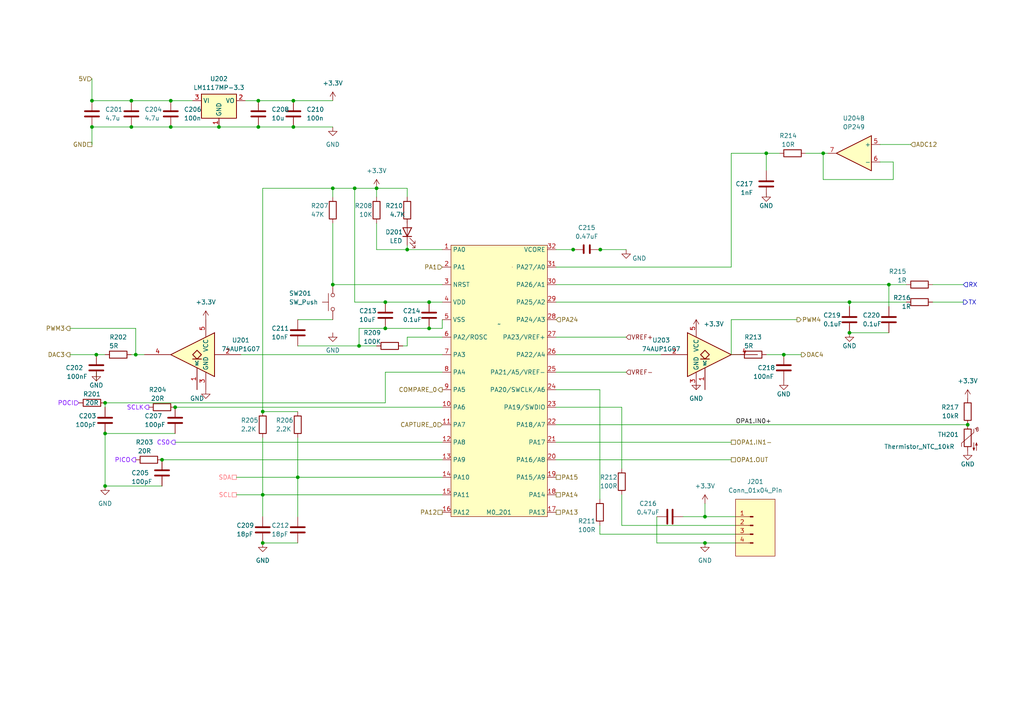
<source format=kicad_sch>
(kicad_sch (version 20230121) (generator eeschema)
  (paper "A4")
  (lib_symbols
    (symbol "00_Myself_Library:Conn_01x04_Pin" (pin_names (offset 1.016) hide)
      (property "Reference" "J201" (at 0.635 7.62 0))
      (property "Value" "Conn_01x04_Pin" (at 0.635 5.08 0))
      (symbol "Conn_01x04_Pin_1_1"
        (rectangle (start -6.35 7.62) (end 5.08 -8.89) (fill (type background)))
        (polyline (pts (xy 1.27 -5.08) (xy 0.8636 -5.08)) (stroke (width 0.1524)))
        (polyline (pts (xy 1.27 -2.54) (xy 0.8636 -2.54)) (stroke (width 0.1524)))
        (polyline (pts (xy 1.27 0) (xy 0.8636 0)) (stroke (width 0.1524)))
        (polyline (pts (xy 1.27 2.54) (xy 0.8636 2.54)) (stroke (width 0.1524)))
        (rectangle (start 0.8636 -4.953) (end 0 -5.207) (stroke (width 0.1524)) (fill (type outline)))
        (rectangle (start 0.8636 -2.413) (end 0 -2.667) (stroke (width 0.1524)) (fill (type outline)))
        (rectangle (start 0.8636 0.127) (end 0 -0.127) (stroke (width 0.1524)) (fill (type outline)))
        (rectangle (start 0.8636 2.667) (end 0 2.413) (stroke (width 0.1524)) (fill (type outline)))
        (pin passive line (at 5.08 2.54 180) (length 3.81) (name "Pin_1") (number "1"))
        (pin passive line (at 5.08 0 180) (length 3.81) (name "Pin_2") (number "2"))
        (pin passive line (at 5.08 -2.54 180) (length 3.81) (name "Pin_3") (number "3"))
        (pin passive line (at 5.08 -5.08 180) (length 3.81) (name "Pin_4") (number "4"))
      )
    )
    (symbol "74xGxx:74AUP1G07"
      (property "Reference" "U" (at -2.54 3.81 0))
      (property "Value" "74AUP1G07" (at 0 -3.81 0))
      (symbol "74AUP1G07_0_1"
        (polyline (pts (xy -3.81 -1.27) (xy -1.27 -1.27)) (stroke (width 0.254)) (fill (type background)))
        (polyline (pts (xy -7.62 6.35) (xy -7.62 -6.35) (xy 5.08 0) (xy -7.62 6.35)) (stroke (width 0.254)) (fill (type background)))
        (polyline (pts (xy -2.54 1.27) (xy -3.81 0) (xy -2.54 -1.27) (xy -1.27 0) (xy -2.54 1.27)) (stroke (width 0.254)) (fill (type background)))
      )
      (symbol "74AUP1G07_1_1"
        (pin free line (at -2.54 -10.16 90) (length 6.35) (name "NC") (number "1"))
        (pin input line (at -15.24 0 0) (length 7.62) (name "~") (number "2"))
        (pin power_in line (at -5.08 -10.16 90) (length 5.08) (name "GND") (number "3"))
        (pin open_collector line (at 12.7 0 180) (length 7.62) (name "~") (number "4"))
        (pin power_in line (at -5.08 10.16 270) (length 5.08) (name "VCC") (number "5"))
      )
    )
    (symbol "Amplifier_Operational:OP249" (pin_names (offset 0.127))
      (property "Reference" "U" (at 0 5.08 0))
      (property "Value" "OP249" (at 0 -5.08 0))
      (symbol "OP249_1_1"
        (polyline (pts (xy -5.08 5.08) (xy 5.08 0) (xy -5.08 -5.08) (xy -5.08 5.08)) (stroke (width 0.254)) (fill (type background)))
        (pin output line (at 7.62 0 180) (length 2.54) (name "~") (number "1"))
        (pin input line (at -7.62 -2.54 0) (length 2.54) (name "-") (number "2"))
        (pin input line (at -7.62 2.54 0) (length 2.54) (name "+") (number "3"))
      )
      (symbol "OP249_2_1"
        (polyline (pts (xy -5.08 5.08) (xy 5.08 0) (xy -5.08 -5.08) (xy -5.08 5.08)) (stroke (width 0.254)) (fill (type background)))
        (pin input line (at -7.62 2.54 0) (length 2.54) (name "+") (number "5"))
        (pin input line (at -7.62 -2.54 0) (length 2.54) (name "-") (number "6"))
        (pin output line (at 7.62 0 180) (length 2.54) (name "~") (number "7"))
      )
      (symbol "OP249_3_1"
        (pin power_in line (at -2.54 -7.62 90) (length 3.81) (name "V-") (number "4"))
        (pin power_in line (at -2.54 7.62 270) (length 3.81) (name "V+") (number "8"))
      )
    )
    (symbol "C_0805_0.47uF_1" (pin_numbers hide) (pin_names (offset 0.002) hide)
      (property "Reference" "C" (at -3.048 4.191 0))
      (property "Value" "0.47uF" (at -3.048 2.286 0))
      (symbol "C_0805_0.47uF_1_0_1"
        (polyline (pts (xy -0.889 -1.016) (xy -0.889 1.27)) (stroke (width 0.508)))
        (polyline (pts (xy 0.889 -1.016) (xy 0.889 1.27)) (stroke (width 0.508)))
      )
      (symbol "C_0805_0.47uF_1_1_1"
        (pin passive line (at -3.937 0 0) (length 2.794) (name "~") (number "1"))
        (pin passive line (at 3.937 0 180) (length 2.794) (name "~") (number "2"))
      )
    )
    (symbol "Device:C" (pin_numbers hide) (pin_names (offset 0.254))
      (property "Reference" "C" (at 0.635 2.54 0))
      (property "Value" "C" (at 0.635 -2.54 0))
      (symbol "C_0_1"
        (polyline (pts (xy -2.032 -0.762) (xy 2.032 -0.762)) (stroke (width 0.508)))
        (polyline (pts (xy -2.032 0.762) (xy 2.032 0.762)) (stroke (width 0.508)))
      )
      (symbol "C_1_1"
        (pin passive line (at 0 3.81 270) (length 2.794) (name "~") (number "1"))
        (pin passive line (at 0 -3.81 90) (length 2.794) (name "~") (number "2"))
      )
    )
    (symbol "Device:LED" (pin_numbers hide) (pin_names (offset 1.016) hide)
      (property "Reference" "D" (at 0 2.54 0))
      (property "Value" "LED" (at 0 -2.54 0))
      (symbol "LED_0_1"
        (polyline (pts (xy -1.27 -1.27) (xy -1.27 1.27)) (stroke (width 0.254)))
        (polyline (pts (xy -1.27 0) (xy 1.27 0)))
        (polyline (pts (xy 1.27 -1.27) (xy 1.27 1.27) (xy -1.27 0) (xy 1.27 -1.27)) (stroke (width 0.254)))
        (polyline (pts (xy -3.048 -0.762) (xy -4.572 -2.286) (xy -3.81 -2.286) (xy -4.572 -2.286) (xy -4.572 -1.524)))
        (polyline (pts (xy -1.778 -0.762) (xy -3.302 -2.286) (xy -2.54 -2.286) (xy -3.302 -2.286) (xy -3.302 -1.524)))
      )
      (symbol "LED_1_1"
        (pin passive line (at -3.81 0 0) (length 2.54) (name "K") (number "1"))
        (pin passive line (at 3.81 0 180) (length 2.54) (name "A") (number "2"))
      )
    )
    (symbol "Device:R" (pin_numbers hide) (pin_names (offset 0))
      (property "Reference" "R" (at 2.032 0 90))
      (property "Value" "R" (at 0 0 90))
      (symbol "R_0_1"
        (rectangle (start -1.016 -2.54) (end 1.016 2.54) (stroke (width 0.254)))
      )
      (symbol "R_1_1"
        (pin passive line (at 0 3.81 270) (length 1.27) (name "~") (number "1"))
        (pin passive line (at 0 -3.81 90) (length 1.27) (name "~") (number "2"))
      )
    )
    (symbol "Device:Thermistor_NTC" (pin_numbers hide) (pin_names (offset 0))
      (property "Reference" "TH" (at -4.445 0 90))
      (property "Value" "Thermistor_NTC" (at 3.175 0 90))
      (symbol "Thermistor_NTC_0_1"
        (arc (start -3.048 2.159) (mid -3.0495 2.3143) (end -3.175 2.413))
        (arc (start -3.048 2.159) (mid -2.9736 1.9794) (end -2.794 1.905))
        (arc (start -3.048 2.794) (mid -2.9736 2.6144) (end -2.794 2.54))
        (arc (start -2.794 1.905) (mid -2.6144 1.9794) (end -2.54 2.159))
        (arc (start -2.794 2.54) (mid -2.4393 2.5587) (end -2.159 2.794))
        (arc (start -2.794 3.048) (mid -2.9736 2.9736) (end -3.048 2.794))
        (arc (start -2.54 2.794) (mid -2.6144 2.9736) (end -2.794 3.048))
        (rectangle (start -1.016 2.54) (end 1.016 -2.54) (stroke (width 0.254)))
        (polyline (pts (xy -2.54 2.159) (xy -2.54 2.794)))
        (polyline (pts (xy -1.778 2.54) (xy -1.778 1.524) (xy 1.778 -1.524) (xy 1.778 -2.54)))
        (polyline (pts (xy -2.54 -3.683) (xy -2.54 -1.397) (xy -2.794 -2.159) (xy -2.286 -2.159) (xy -2.54 -1.397) (xy -2.54 -1.651)) (fill (type outline)))
        (polyline (pts (xy -1.778 -1.397) (xy -1.778 -3.683) (xy -2.032 -2.921) (xy -1.524 -2.921) (xy -1.778 -3.683) (xy -1.778 -3.429)) (fill (type outline)))
      )
      (symbol "Thermistor_NTC_1_1"
        (pin passive line (at 0 3.81 270) (length 1.27) (name "~") (number "1"))
        (pin passive line (at 0 -3.81 90) (length 1.27) (name "~") (number "2"))
      )
    )
    (symbol "Regulator_Linear:LM1117MP-3.3"
      (property "Reference" "U" (at -3.81 3.175 0))
      (property "Value" "LM1117MP-3.3" (at 0 3.175 0))
      (symbol "LM1117MP-3.3_0_1"
        (rectangle (start -5.08 -5.08) (end 5.08 1.905) (stroke (width 0.254)) (fill (type background)))
      )
      (symbol "LM1117MP-3.3_1_1"
        (pin power_in line (at 0 -7.62 90) (length 2.54) (name "GND") (number "1"))
        (pin power_out line (at 7.62 0 180) (length 2.54) (name "VO") (number "2"))
        (pin power_in line (at -7.62 0 0) (length 2.54) (name "VI") (number "3"))
      )
    )
    (symbol "Switch:SW_Push" (pin_numbers hide) (pin_names (offset 1.016) hide)
      (property "Reference" "SW" (at 1.27 2.54 0))
      (property "Value" "SW_Push" (at 0 -1.524 0))
      (symbol "SW_Push_0_1"
        (circle (center -2.032 0) (radius 0.508))
        (polyline (pts (xy 0 1.27) (xy 0 3.048)))
        (polyline (pts (xy 2.54 1.27) (xy -2.54 1.27)))
        (circle (center 2.032 0) (radius 0.508))
        (pin passive line (at -5.08 0 0) (length 2.54) (name "1") (number "1"))
        (pin passive line (at 5.08 0 180) (length 2.54) (name "2") (number "2"))
      )
    )
    (symbol "TI_M01306_1"
      (property "Reference" "M0_1306" (at -3.81 -54.61 0))
      (property "Value" "~" (at 0 0 0))
      (symbol "TI_M01306_1_0_1"
        (rectangle (start 3.81 16.51) (end 3.81 16.51))
      )
      (symbol "TI_M01306_1_1_1"
        (rectangle (start -13.97 22.86) (end 13.97 -55.88) (fill (type background)))
        (pin input line (at -16.51 21.59 0) (length 2.54) (name "PA0") (number "1"))
        (pin input line (at -16.51 -24.13 0) (length 2.54) (name "PA6") (number "10"))
        (pin input line (at -16.51 -29.21 0) (length 2.54) (name "PA7") (number "11"))
        (pin input line (at -16.51 -34.29 0) (length 2.54) (name "PA8") (number "12"))
        (pin input line (at -16.51 -39.37 0) (length 2.54) (name "PA9") (number "13"))
        (pin input line (at -16.51 -44.45 0) (length 2.54) (name "PA10") (number "14"))
        (pin input line (at -16.51 -49.53 0) (length 2.54) (name "PA11") (number "15"))
        (pin input line (at -16.51 -54.61 0) (length 2.54) (name "PA12") (number "16"))
        (pin input line (at 16.51 -54.61 180) (length 2.54) (name "PA13") (number "17"))
        (pin input line (at 16.51 -49.53 180) (length 2.54) (name "PA14") (number "18"))
        (pin input line (at 16.51 -44.45 180) (length 2.54) (name "PA15/A9") (number "19"))
        (pin input line (at -16.51 16.51 0) (length 2.54) (name "PA1") (number "2"))
        (pin input line (at 16.51 -39.37 180) (length 2.54) (name "PA16/A8") (number "20"))
        (pin input line (at 16.51 -34.29 180) (length 2.54) (name "PA17") (number "21"))
        (pin input line (at 16.51 -29.21 180) (length 2.54) (name "PA18/A7") (number "22"))
        (pin input line (at 16.51 -24.13 180) (length 2.54) (name "PA19/SWDIO") (number "23"))
        (pin input line (at 16.51 -19.05 180) (length 2.54) (name "PA20/SWCLK/A6") (number "24"))
        (pin input line (at 16.51 -13.97 180) (length 2.54) (name "PA21/A5/VREF-") (number "25"))
        (pin input line (at 16.51 -8.89 180) (length 2.54) (name "PA22/A4") (number "26"))
        (pin input line (at 16.51 -3.81 180) (length 2.54) (name "PA23/VREF+") (number "27"))
        (pin input line (at 16.51 1.27 180) (length 2.54) (name "PA24/A3") (number "28"))
        (pin input line (at 16.51 6.35 180) (length 2.54) (name "PA25/A2") (number "29"))
        (pin input line (at -16.51 11.43 0) (length 2.54) (name "NRST") (number "3"))
        (pin input line (at 16.51 11.43 180) (length 2.54) (name "PA26/A1") (number "30"))
        (pin input line (at 16.51 16.51 180) (length 2.54) (name "PA27/A0") (number "31"))
        (pin input line (at 16.51 21.59 180) (length 2.54) (name "VCORE") (number "32"))
        (pin input line (at -16.51 6.35 0) (length 2.54) (name "VDD") (number "4"))
        (pin input line (at -16.51 1.27 0) (length 2.54) (name "VSS") (number "5"))
        (pin input line (at -16.51 -3.81 0) (length 2.54) (name "PA2/ROSC") (number "6"))
        (pin input line (at -16.51 -8.89 0) (length 2.54) (name "PA3") (number "7"))
        (pin input line (at -16.51 -13.97 0) (length 2.54) (name "PA4") (number "8"))
        (pin input line (at -16.51 -19.05 0) (length 2.54) (name "PA5") (number "9"))
      )
    )
    (symbol "power:+3.3V" (power) (pin_names (offset 0))
      (property "Value" "+3.3V" (at 0 3.556 0))
      (symbol "+3.3V_0_1"
        (polyline (pts (xy -0.762 1.27) (xy 0 2.54)))
        (polyline (pts (xy 0 0) (xy 0 2.54)))
        (polyline (pts (xy 0 2.54) (xy 0.762 1.27)))
      )
      (symbol "+3.3V_1_1"
        (pin power_in line (at 0 0 90) (length 0) hide (name "+3.3V") (number "1"))
      )
    )
    (symbol "power:GND" (power) (pin_names (offset 0))
      (property "Value" "GND" (at 0 -3.81 0))
      (symbol "GND_0_1"
        (polyline (pts (xy 0 0) (xy 0 -1.27) (xy 1.27 -1.27) (xy 0 -2.54) (xy -1.27 -1.27) (xy 0 -1.27)))
      )
      (symbol "GND_1_1"
        (pin power_in line (at 0 0 270) (length 0) hide (name "GND") (number "1"))
      )
    )
  )
  (junction (at 86.36 138.43))
  (junction (at 96.52 82.55))
  (junction (at 257.81 82.55))
  (junction (at 74.93 36.83))
  (junction (at 204.47 157.48))
  (junction (at 111.76 87.63))
  (junction (at 222.25 44.45))
  (junction (at 174.117 72.39))
  (junction (at 111.76 95.25))
  (junction (at 49.53 29.21))
  (junction (at 85.09 29.21))
  (junction (at 50.8 118.11))
  (junction (at 27.94 102.87))
  (junction (at 30.48 116.84))
  (junction (at 26.67 36.83))
  (junction (at 39.37 102.87))
  (junction (at 63.5 36.83))
  (junction (at 30.48 140.97))
  (junction (at 227.33 102.87))
  (junction (at 124.46 95.25))
  (junction (at 96.52 54.61))
  (junction (at 246.38 96.52))
  (junction (at 238.76 44.45))
  (junction (at 85.09 36.83))
  (junction (at 76.2 157.48))
  (junction (at 109.22 54.61))
  (junction (at 166.243 72.39))
  (junction (at 76.2 143.51))
  (junction (at 74.93 29.21))
  (junction (at 102.87 54.61))
  (junction (at 26.67 29.21))
  (junction (at 246.38 87.63))
  (junction (at 49.53 36.83))
  (junction (at 30.48 125.73))
  (junction (at 46.99 133.35))
  (junction (at 38.1 29.21))
  (junction (at 124.46 87.63))
  (junction (at 118.11 72.39))
  (junction (at 38.1 36.83))
  (junction (at 204.47 149.86))
  (junction (at 280.67 123.19))
  (junction (at 76.2 119.38))
  (junction (at 104.14 100.33))
  (wire (pts (xy 86.36 127) (xy 86.36 138.43)))
  (wire (pts (xy 173.99 154.94) (xy 173.99 152.4)))
  (wire (pts (xy 161.29 128.27) (xy 212.09 128.27)))
  (wire (pts (xy 128.27 95.25) (xy 128.27 92.71)))
  (wire (pts (xy 161.29 113.03) (xy 173.99 113.03)))
  (wire (pts (xy 161.29 87.63) (xy 246.38 87.63)))
  (wire (pts (xy 27.94 110.49) (xy 27.94 107.95)))
  (wire (pts (xy 76.2 54.61) (xy 96.52 54.61)))
  (wire (pts (xy 173.99 154.94) (xy 213.36 154.94)))
  (wire (pts (xy 71.12 29.21) (xy 74.93 29.21)))
  (wire (pts (xy 76.2 143.51) (xy 68.58 143.51)))
  (wire (pts (xy 257.81 82.55) (xy 257.81 88.9)))
  (wire (pts (xy 255.27 46.99) (xy 259.08 46.99)))
  (wire (pts (xy 30.48 116.84) (xy 111.76 116.84)))
  (wire (pts (xy 68.58 138.43) (xy 86.36 138.43)))
  (wire (pts (xy 190.5 149.86) (xy 190.5 157.48)))
  (wire (pts (xy 86.36 149.86) (xy 86.36 138.43)))
  (wire (pts (xy 212.09 77.47) (xy 161.29 77.47)))
  (wire (pts (xy 46.99 133.35) (xy 128.27 133.35)))
  (wire (pts (xy 173.99 144.78) (xy 173.99 113.03)))
  (wire (pts (xy 270.51 82.55) (xy 279.4 82.55)))
  (wire (pts (xy 204.47 157.48) (xy 213.36 157.48)))
  (wire (pts (xy 212.09 92.71) (xy 212.09 102.87)))
  (wire (pts (xy 86.36 92.71) (xy 96.52 92.71)))
  (wire (pts (xy 212.09 44.45) (xy 222.25 44.45)))
  (wire (pts (xy 96.52 54.61) (xy 96.52 57.15)))
  (wire (pts (xy 180.34 152.4) (xy 180.34 143.51)))
  (wire (pts (xy 116.84 100.33) (xy 118.11 100.33)))
  (wire (pts (xy 181.61 97.79) (xy 161.29 97.79)))
  (wire (pts (xy 109.22 100.33) (xy 104.14 100.33)))
  (wire (pts (xy 96.52 82.55) (xy 128.27 82.55)))
  (wire (pts (xy 174.117 72.39) (xy 181.61 72.39)))
  (wire (pts (xy 26.67 36.83) (xy 26.67 41.91)))
  (wire (pts (xy 190.5 157.48) (xy 204.47 157.48)))
  (wire (pts (xy 26.67 29.21) (xy 38.1 29.21)))
  (wire (pts (xy 204.47 146.05) (xy 204.47 149.86)))
  (wire (pts (xy 279.4 87.63) (xy 270.51 87.63)))
  (wire (pts (xy 222.25 49.53) (xy 222.25 44.45)))
  (wire (pts (xy 109.22 54.61) (xy 109.22 57.15)))
  (wire (pts (xy 222.25 102.87) (xy 227.33 102.87)))
  (wire (pts (xy 212.09 44.45) (xy 212.09 77.47)))
  (wire (pts (xy 246.38 88.9) (xy 246.38 87.63)))
  (wire (pts (xy 102.87 54.61) (xy 109.22 54.61)))
  (wire (pts (xy 39.37 95.25) (xy 39.37 102.87)))
  (wire (pts (xy 233.68 44.45) (xy 238.76 44.45)))
  (wire (pts (xy 118.11 64.77) (xy 118.11 63.5)))
  (wire (pts (xy 86.36 138.43) (xy 128.27 138.43)))
  (wire (pts (xy 74.93 36.83) (xy 85.09 36.83)))
  (wire (pts (xy 30.48 118.11) (xy 30.48 116.84)))
  (wire (pts (xy 128.27 95.25) (xy 124.46 95.25)))
  (wire (pts (xy 161.29 72.39) (xy 166.243 72.39)))
  (wire (pts (xy 20.32 102.87) (xy 27.94 102.87)))
  (wire (pts (xy 166.243 72.39) (xy 166.37 72.39)))
  (wire (pts (xy 30.48 140.97) (xy 30.48 125.73)))
  (wire (pts (xy 26.67 22.86) (xy 26.67 29.21)))
  (wire (pts (xy 111.76 95.25) (xy 104.14 95.25)))
  (wire (pts (xy 26.67 36.83) (xy 38.1 36.83)))
  (wire (pts (xy 109.22 72.39) (xy 118.11 72.39)))
  (wire (pts (xy 76.2 149.86) (xy 76.2 143.51)))
  (wire (pts (xy 96.52 54.61) (xy 102.87 54.61)))
  (wire (pts (xy 181.61 107.95) (xy 161.29 107.95)))
  (wire (pts (xy 38.1 29.21) (xy 49.53 29.21)))
  (wire (pts (xy 63.5 36.83) (xy 74.93 36.83)))
  (wire (pts (xy 96.52 64.77) (xy 96.52 82.55)))
  (wire (pts (xy 76.2 143.51) (xy 128.27 143.51)))
  (wire (pts (xy 161.29 123.19) (xy 280.67 123.19)))
  (wire (pts (xy 257.81 82.55) (xy 262.89 82.55)))
  (wire (pts (xy 111.76 95.25) (xy 124.46 95.25)))
  (wire (pts (xy 76.2 157.48) (xy 86.36 157.48)))
  (wire (pts (xy 85.09 29.21) (xy 96.52 29.21)))
  (wire (pts (xy 161.29 102.87) (xy 191.77 102.87)))
  (wire (pts (xy 30.48 125.73) (xy 50.8 125.73)))
  (wire (pts (xy 259.08 46.99) (xy 259.08 52.07)))
  (wire (pts (xy 238.76 52.07) (xy 238.76 44.45)))
  (wire (pts (xy 30.48 140.97) (xy 46.99 140.97)))
  (wire (pts (xy 38.1 36.83) (xy 49.53 36.83)))
  (wire (pts (xy 111.76 116.84) (xy 111.76 107.95)))
  (wire (pts (xy 198.12 149.86) (xy 204.47 149.86)))
  (wire (pts (xy 227.33 102.87) (xy 232.41 102.87)))
  (wire (pts (xy 109.22 54.61) (xy 118.11 54.61)))
  (wire (pts (xy 86.36 100.33) (xy 104.14 100.33)))
  (wire (pts (xy 111.76 87.63) (xy 102.87 87.63)))
  (wire (pts (xy 39.37 102.87) (xy 41.91 102.87)))
  (wire (pts (xy 180.34 152.4) (xy 213.36 152.4)))
  (wire (pts (xy 204.47 149.86) (xy 213.36 149.86)))
  (wire (pts (xy 50.8 128.27) (xy 128.27 128.27)))
  (wire (pts (xy 76.2 54.61) (xy 76.2 119.38)))
  (wire (pts (xy 111.76 107.95) (xy 128.27 107.95)))
  (wire (pts (xy 118.11 72.39) (xy 128.27 72.39)))
  (wire (pts (xy 180.34 135.89) (xy 180.34 118.11)))
  (wire (pts (xy 39.37 95.25) (xy 20.32 95.25)))
  (wire (pts (xy 49.53 36.83) (xy 63.5 36.83)))
  (wire (pts (xy 49.53 29.21) (xy 55.88 29.21)))
  (wire (pts (xy 238.76 44.45) (xy 240.03 44.45)))
  (wire (pts (xy 262.89 87.63) (xy 246.38 87.63)))
  (wire (pts (xy 255.27 41.91) (xy 264.16 41.91)))
  (wire (pts (xy 222.25 55.88) (xy 222.25 57.15)))
  (wire (pts (xy 104.14 95.25) (xy 104.14 100.33)))
  (wire (pts (xy 118.11 54.61) (xy 118.11 57.15)))
  (wire (pts (xy 85.09 36.83) (xy 96.52 36.83)))
  (wire (pts (xy 161.29 82.55) (xy 257.81 82.55)))
  (wire (pts (xy 76.2 127) (xy 76.2 143.51)))
  (wire (pts (xy 118.11 100.33) (xy 118.11 97.79)))
  (wire (pts (xy 128.27 102.87) (xy 69.85 102.87)))
  (wire (pts (xy 118.11 71.12) (xy 118.11 72.39)))
  (wire (pts (xy 259.08 52.07) (xy 238.76 52.07)))
  (wire (pts (xy 246.38 96.52) (xy 257.81 96.52)))
  (wire (pts (xy 111.76 87.63) (xy 124.46 87.63)))
  (wire (pts (xy 161.29 118.11) (xy 180.34 118.11)))
  (wire (pts (xy 38.1 102.87) (xy 39.37 102.87)))
  (wire (pts (xy 222.25 44.45) (xy 226.06 44.45)))
  (wire (pts (xy 173.99 72.39) (xy 174.117 72.39)))
  (wire (pts (xy 124.46 87.63) (xy 128.27 87.63)))
  (wire (pts (xy 109.22 64.77) (xy 109.22 72.39)))
  (wire (pts (xy 118.11 97.79) (xy 128.27 97.79)))
  (wire (pts (xy 76.2 119.38) (xy 86.36 119.38)))
  (wire (pts (xy 161.29 133.35) (xy 212.09 133.35)))
  (wire (pts (xy 74.93 29.21) (xy 85.09 29.21)))
  (wire (pts (xy 27.94 102.87) (xy 30.48 102.87)))
  (wire (pts (xy 102.87 54.61) (xy 102.87 87.63)))
  (wire (pts (xy 212.09 102.87) (xy 214.63 102.87)))
  (wire (pts (xy 50.8 118.11) (xy 128.27 118.11)))
  (wire (pts (xy 212.09 92.71) (xy 231.14 92.71)))
  (label "OPA1.IN0+" (at 213.36 123.19 0))
  (hierarchical_label "PWM3" (shape output) (at 20.32 95.25 180))
  (hierarchical_label "SCL" (shape passive) (at 68.58 143.51 180))
  (hierarchical_label "PA13" (shape passive) (at 161.29 148.59 0))
  (hierarchical_label "DAC3" (shape output) (at 20.32 102.87 180))
  (hierarchical_label "CS0" (shape output) (at 50.8 128.27 180))
  (hierarchical_label "PA15" (shape passive) (at 161.29 138.43 0))
  (hierarchical_label "5V" (shape input) (at 26.67 22.86 180))
  (hierarchical_label "PWM4" (shape output) (at 231.14 92.71 0))
  (hierarchical_label "CAPTURE_0" (shape input) (at 128.27 123.19 180))
  (hierarchical_label "SDA" (shape passive) (at 68.58 138.43 180))
  (hierarchical_label "PA12" (shape passive) (at 128.27 148.59 180))
  (hierarchical_label "ADC12" (shape input) (at 264.16 41.91 0))
  (hierarchical_label "PICO" (shape output) (at 39.37 133.35 180))
  (hierarchical_label "VREF-" (shape input) (at 181.61 107.95 0))
  (hierarchical_label "POCI" (shape input) (at 22.86 116.84 180))
  (hierarchical_label "VREF+" (shape input) (at 181.61 97.79 0))
  (hierarchical_label "PA1" (shape input) (at 128.27 77.47 180))
  (hierarchical_label "TX" (shape output) (at 279.4 87.63 0))
  (hierarchical_label "GND" (shape passive) (at 26.67 41.91 180))
  (hierarchical_label "OPA1.OUT" (shape passive) (at 212.09 133.35 0))
  (hierarchical_label "OPA1.IN1-" (shape passive) (at 212.09 128.27 0))
  (hierarchical_label "DAC4" (shape output) (at 232.41 102.87 0))
  (hierarchical_label "COMPARE_0" (shape output) (at 128.27 113.03 180))
  (hierarchical_label "RX" (shape input) (at 279.4 82.55 0))
  (hierarchical_label "PA14" (shape passive) (at 161.29 143.51 0))
  (hierarchical_label "SCLK" (shape output) (at 43.18 118.11 180))
  (hierarchical_label "PA24" (shape input) (at 161.29 92.71 0))
  (symbol (lib_id "power:+3.3V") (at 59.69 92.71 0) (unit 1)
    (property "Reference" "#PWR0203" (effects hide))
    (property "Value" "+3.3V" (at 59.69 87.63 0))
  )
  (symbol (lib_id "Device:C") (at 111.76 91.44 0) (unit 1)
    (property "Reference" "C213" (at 104.14 90.17 0) (effects (justify left)))
    (property "Value" "10uF" (at 104.14 92.71 0) (effects (justify left)))
  )
  (symbol (lib_id "power:GND") (at 30.48 140.97 0) (mirror y) (unit 1)
    (property "Reference" "#PWR0202" (effects hide))
    (property "Value" "GND" (at 30.48 146.05 0))
  )
  (symbol (lib_id "power:GND") (at 201.93 110.49 0) (mirror y) (unit 1)
    (property "Reference" "#PWR0212" (effects hide))
    (property "Value" "GND" (at 201.93 115.57 0))
  )
  (symbol (lib_id "power:GND") (at 96.52 96.52 0) (unit 1)
    (property "Reference" "#PWR0208" (effects hide))
    (property "Value" "GND" (at 96.52 101.6 0))
  )
  (symbol (lib_id "power:+3.3V") (at 280.67 115.57 0) (mirror y) (unit 1)
    (property "Reference" "#PWR0218" (effects hide))
    (property "Value" "+3.3V" (at 280.67 110.49 0))
  )
  (symbol (lib_id "Device:C") (at 85.09 33.02 0) (unit 1)
    (property "Reference" "C210" (at 88.9 31.75 0) (effects (justify left)))
    (property "Value" "100n" (at 88.9 34.29 0) (effects (justify left)))
  )
  (symbol (lib_id "Device:R") (at 113.03 100.33 90) (unit 1)
    (property "Reference" "R209" (at 107.95 96.52 90))
    (property "Value" "100K" (at 107.95 99.06 90))
  )
  (symbol (lib_id "Device:R") (at 229.87 44.45 270) (unit 1)
    (property "Reference" "R214" (at 228.6 39.37 90))
    (property "Value" "10R" (at 228.6 41.91 90))
  )
  (symbol (lib_id "Device:LED") (at 118.11 67.31 90) (unit 1)
    (property "Reference" "D201" (at 111.76 67.31 90) (effects (justify right)))
    (property "Value" "LED" (at 113.03 69.85 90) (effects (justify right)))
  )
  (symbol (lib_id "Device:R") (at 266.7 82.55 270) (unit 1)
    (property "Reference" "R215" (at 260.35 78.74 90))
    (property "Value" "1R" (at 261.62 81.28 90))
  )
  (symbol (lib_id "power:+3.3V") (at 96.52 29.21 0) (unit 1)
    (property "Reference" "#PWR0206" (effects hide))
    (property "Value" "+3.3V" (at 96.52 24.13 0))
  )
  (symbol (lib_id "power:GND") (at 181.61 72.39 0) (unit 1)
    (property "Reference" "#PWR0210" (effects hide))
    (property "Value" "GND" (at 185.42 74.93 0))
  )
  (symbol (lib_id "Device:C") (at 49.53 33.02 0) (unit 1)
    (property "Reference" "C206" (at 53.34 31.75 0) (effects (justify left)))
    (property "Value" "100n" (at 53.34 34.29 0) (effects (justify left)))
  )
  (symbol (lib_name "TI_M01306_1") (lib_id "New_Library_0:TI_M01306") (at 144.78 93.98 0) (unit 1)
    (property "Reference" "M0_201" (at 140.97 148.59 0) (effects (justify left)))
    (property "Value" "~" (at 144.78 93.98 0))
  )
  (symbol (lib_id "Device:R") (at 109.22 60.96 0) (unit 1)
    (property "Reference" "R208" (at 102.87 59.69 0) (effects (justify left)))
    (property "Value" "10K" (at 104.14 62.23 0) (effects (justify left)))
  )
  (symbol (lib_id "power:GND") (at 27.94 107.95 0) (unit 1)
    (property "Reference" "#PWR0201" (effects hide))
    (property "Value" "GND" (at 27.94 111.76 0))
  )
  (symbol (lib_id "Device:R") (at 218.44 102.87 90) (mirror x) (unit 1)
    (property "Reference" "R213" (at 218.44 97.79 90))
    (property "Value" "5R" (at 217.17 100.33 90))
  )
  (symbol (lib_id "power:GND") (at 76.2 157.48 0) (unit 1)
    (property "Reference" "#PWR0205" (effects hide))
    (property "Value" "GND" (at 76.2 162.56 0))
  )
  (symbol (lib_id "Device:C") (at 26.67 33.02 0) (unit 1)
    (property "Reference" "C201" (at 30.48 31.75 0) (effects (justify left)))
    (property "Value" "4.7u" (at 30.48 34.29 0) (effects (justify left)))
  )
  (symbol (lib_id "Switch:SW_Push") (at 96.52 87.63 90) (unit 1)
    (property "Reference" "SW201" (at 83.82 85.09 90) (effects (justify right)))
    (property "Value" "SW_Push" (at 83.82 87.63 90) (effects (justify right)))
  )
  (symbol (lib_id "Device:R") (at 34.29 102.87 270) (unit 1)
    (property "Reference" "R202" (at 34.29 97.79 90))
    (property "Value" "5R" (at 33.02 100.33 90))
  )
  (symbol (lib_id "power:GND") (at 204.47 157.48 0) (unit 1)
    (property "Reference" "#PWR0214" (effects hide))
    (property "Value" "GND" (at 204.47 162.56 0))
  )
  (symbol (lib_id "power:GND") (at 246.38 96.52 0) (unit 1)
    (property "Reference" "#PWR0217" (effects hide))
    (property "Value" "GND" (at 246.38 100.33 0))
  )
  (symbol (lib_id "Device:R") (at 173.99 148.59 0) (unit 1)
    (property "Reference" "R211" (at 167.64 151.13 0) (effects (justify left)))
    (property "Value" "100R" (at 167.64 153.67 0) (effects (justify left)))
  )
  (symbol (lib_id "Device:R") (at 266.7 87.63 270) (unit 1)
    (property "Reference" "R216" (at 261.62 86.36 90))
    (property "Value" "1R" (at 262.89 88.9 90))
  )
  (symbol (lib_id "Device:C") (at 27.94 106.68 180) (unit 1)
    (property "Reference" "C202" (at 24.13 106.68 0) (effects (justify left)))
    (property "Value" "100nF" (at 25.4 109.22 0) (effects (justify left)))
  )
  (symbol (lib_id "Device:C") (at 227.33 106.68 0) (mirror x) (unit 1)
    (property "Reference" "C218" (at 219.71 106.68 0) (effects (justify left)))
    (property "Value" "100nF" (at 218.44 109.22 0) (effects (justify left)))
  )
  (symbol (lib_id "power:GND") (at 59.69 113.03 0) (unit 1)
    (property "Reference" "#PWR0204" (effects hide))
    (property "Value" "GND" (at 57.15 115.57 0))
  )
  (symbol (lib_id "Device:R") (at 280.67 119.38 0) (mirror y) (unit 1)
    (property "Reference" "R217" (at 278.13 118.11 0) (effects (justify left)))
    (property "Value" "10kR" (at 278.13 120.65 0) (effects (justify left)))
  )
  (symbol (lib_id "Device:C") (at 74.93 33.02 0) (unit 1)
    (property "Reference" "C208" (at 78.74 31.75 0) (effects (justify left)))
    (property "Value" "10u" (at 78.74 34.29 0) (effects (justify left)))
  )
  (symbol (lib_id "Device:C") (at 257.81 92.71 0) (unit 1)
    (property "Reference" "C220" (at 250.19 91.44 0) (effects (justify left)))
    (property "Value" "0.1uF" (at 250.19 93.98 0) (effects (justify left)))
  )
  (symbol (lib_id "74xGxx:74AUP1G07") (at 54.61 102.87 0) (mirror y) (unit 1)
    (property "Reference" "U201" (at 69.85 98.6791 0))
    (property "Value" "74AUP1G07" (at 69.85 101.2191 0))
    (property "Datasheet" "https://www.ti.com/lit/ds/symlink/sn74aup1g07" (effects hide))
  )
  (symbol (lib_id "power:+3.3V") (at 201.93 95.25 0) (mirror y) (unit 1)
    (property "Reference" "#PWR0211" (effects hide))
    (property "Value" "+3.3V" (at 207.01 93.98 0))
  )
  (symbol (lib_id "Device:C") (at 76.2 153.67 0) (unit 1)
    (property "Reference" "C209" (at 68.58 152.4 0) (effects (justify left)))
    (property "Value" "18pF" (at 68.58 154.94 0) (effects (justify left)))
  )
  (symbol (lib_id "Device:C") (at 86.36 96.52 0) (unit 1)
    (property "Reference" "C211" (at 78.74 95.25 0) (effects (justify left)))
    (property "Value" "10nF" (at 78.74 97.79 0) (effects (justify left)))
  )
  (symbol (lib_id "Device:R") (at 180.34 139.7 0) (unit 1)
    (property "Reference" "R212" (at 173.99 138.43 0) (effects (justify left)))
    (property "Value" "100R" (at 173.99 140.97 0) (effects (justify left)))
  )
  (symbol (lib_id "Device:C") (at 50.8 121.92 0) (unit 1)
    (property "Reference" "C207" (at 41.91 120.65 0) (effects (justify left)))
    (property "Value" "100pF" (at 41.91 123.19 0) (effects (justify left)))
  )
  (symbol (lib_id "00_Myself_Library:Conn_01x04_Pin") (at 218.44 152.4 0) (mirror y) (unit 1)
    (property "Reference" "J201" (at 219.075 139.7 0))
    (property "Value" "Conn_01x04_Pin" (at 219.075 142.24 0))
  )
  (symbol (lib_id "Device:Thermistor_NTC") (at 280.67 127 0) (mirror y) (unit 1)
    (property "Reference" "TH201" (at 278.13 126.0475 0) (effects (justify left)))
    (property "Value" "Thermistor_NTC_10kR" (at 276.86 129.54 0) (effects (justify left)))
  )
  (symbol (lib_id "Device:R") (at 118.11 60.96 0) (unit 1)
    (property "Reference" "R210" (at 111.76 59.69 0) (effects (justify left)))
    (property "Value" "4.7K" (at 113.03 62.23 0) (effects (justify left)))
  )
  (symbol (lib_id "Device:R") (at 76.2 123.19 0) (unit 1)
    (property "Reference" "R205" (at 69.85 121.92 0) (effects (justify left)))
    (property "Value" "2.2K" (at 69.85 124.46 0) (effects (justify left)))
  )
  (symbol (lib_id "power:+3.3V") (at 204.47 146.05 0) (unit 1)
    (property "Reference" "#PWR0213" (effects hide))
    (property "Value" "+3.3V" (at 204.47 140.97 0))
  )
  (symbol (lib_id "Device:C") (at 124.46 91.44 0) (unit 1)
    (property "Reference" "C214" (at 116.84 90.17 0) (effects (justify left)))
    (property "Value" "0.1uF" (at 116.84 92.71 0) (effects (justify left)))
  )
  (symbol (lib_id "Device:R") (at 96.52 60.96 0) (unit 1)
    (property "Reference" "R207" (at 90.17 59.69 0) (effects (justify left)))
    (property "Value" "47K" (at 90.17 62.23 0) (effects (justify left)))
  )
  (symbol (lib_id "Device:C") (at 38.1 33.02 0) (unit 1)
    (property "Reference" "C204" (at 41.91 31.75 0) (effects (justify left)))
    (property "Value" "4.7u" (at 41.91 34.29 0) (effects (justify left)))
  )
  (symbol (lib_id "Regulator_Linear:LM1117MP-3.3") (at 63.5 29.21 0) (unit 1)
    (property "Reference" "U202" (at 63.5 22.86 0))
    (property "Value" "LM1117MP-3.3" (at 63.5 25.4 0))
    (property "Footprint" "Package_TO_SOT_SMD:SOT-223-3_TabPin2" (effects hide))
    (property "Datasheet" "http://www.ti.com/lit/ds/symlink/lm1117.pdf" (effects hide))
  )
  (symbol (lib_id "Device:R") (at 86.36 123.19 0) (unit 1)
    (property "Reference" "R206" (at 80.01 121.92 0) (effects (justify left)))
    (property "Value" "2.2K" (at 80.01 124.46 0) (effects (justify left)))
  )
  (symbol (lib_id "Device:C") (at 30.48 121.92 0) (mirror y) (unit 1)
    (property "Reference" "C203" (at 27.94 120.65 0) (effects (justify left)))
    (property "Value" "100pF" (at 27.94 123.19 0) (effects (justify left)))
  )
  (symbol (lib_id "Device:C") (at 46.99 137.16 0) (unit 1)
    (property "Reference" "C205" (at 38.1 137.16 0) (effects (justify left)))
    (property "Value" "100pF" (at 38.1 139.7 0) (effects (justify left)))
  )
  (symbol (lib_id "Device:C") (at 86.36 153.67 0) (unit 1)
    (property "Reference" "C212" (at 78.74 152.4 0) (effects (justify left)))
    (property "Value" "18pF" (at 78.74 154.94 0) (effects (justify left)))
  )
  (symbol (lib_id "power:GND") (at 280.67 130.81 0) (mirror y) (unit 1)
    (property "Reference" "#PWR0219" (effects hide))
    (property "Value" "GND" (at 280.67 134.62 0))
  )
  (symbol (lib_id "Device:C") (at 222.25 53.34 180) (unit 1)
    (property "Reference" "C217" (at 218.44 53.34 0) (effects (justify left)))
    (property "Value" "1nF" (at 218.44 55.88 0) (effects (justify left)))
  )
  (symbol (lib_id "power:GND") (at 96.52 36.83 0) (unit 1)
    (property "Reference" "#PWR0207" (effects hide))
    (property "Value" "GND" (at 96.52 41.91 0))
  )
  (symbol (lib_id "Device:R") (at 43.18 133.35 270) (unit 1)
    (property "Reference" "R203" (at 41.91 128.27 90))
    (property "Value" "20R" (at 41.91 130.81 90))
  )
  (symbol (lib_id "74xGxx:74AUP1G07") (at 207.01 102.87 0) (unit 1)
    (property "Reference" "U203" (at 191.77 98.6791 0))
    (property "Value" "74AUP1G07" (at 191.77 101.2191 0))
    (property "Datasheet" "https://www.ti.com/lit/ds/symlink/sn74aup1g07" (effects hide))
  )
  (symbol (lib_id "Amplifier_Operational:OP249") (at 247.65 44.45 0) (mirror y) (unit 2)
    (property "Reference" "U204" (at 247.65 34.29 0))
    (property "Value" "OP249" (at 247.65 36.83 0))
    (property "Datasheet" "https://www.analog.com/media/en/technical-documentation/data-sheets/OP249.pdf" (effects hide))
  )
  (symbol (lib_id "Device:R") (at 46.99 118.11 270) (unit 1)
    (property "Reference" "R204" (at 45.72 113.03 90))
    (property "Value" "20R" (at 45.72 115.57 90))
  )
  (symbol (lib_id "Device:C") (at 246.38 92.71 0) (unit 1)
    (property "Reference" "C219" (at 238.76 91.44 0) (effects (justify left)))
    (property "Value" "0.1uF" (at 238.76 93.98 0) (effects (justify left)))
  )
  (symbol (lib_id "Device:R") (at 26.67 116.84 90) (mirror x) (unit 1)
    (property "Reference" "R201" (at 26.67 114.3 90))
    (property "Value" "20R" (at 26.67 116.84 90))
  )
  (symbol (lib_id "Device:C") (at 194.31 149.86 270) (unit 1)
    (property "Reference" "C216" (at 187.96 146.05 90))
    (property "Value" "0.47uF" (at 187.96 148.59 90))
  )
  (symbol (lib_id "power:GND") (at 227.33 110.49 0) (mirror y) (unit 1)
    (property "Reference" "#PWR0216" (effects hide))
    (property "Value" "GND" (at 227.33 114.3 0))
  )
  (symbol (lib_name "C_0805_0.47uF_1") (lib_id "00_Myself_Library:C_0805_0.47uF") (at 170.18 72.39 0) (unit 1)
    (property "Reference" "C215" (at 170.18 66.04 0))
    (property "Value" "0.47uF" (at 170.18 68.58 0))
    (property "Footprint" "Capacitor_SMD:C_0805_2012Metric_Pad1.18x1.45mm_HandSolder" (effects hide))
    (property "PartNumber" "22M1-2B474K01" (effects hide))
  )
  (symbol (lib_id "power:GND") (at 222.25 55.88 0) (unit 1)
    (property "Reference" "#PWR0215" (effects hide))
    (property "Value" "GND" (at 222.25 59.69 0))
  )
  (symbol (lib_id "power:+3.3V") (at 109.22 54.61 0) (unit 1)
    (property "Reference" "#PWR0209" (effects hide))
    (property "Value" "+3.3V" (at 109.22 49.53 0))
  )
)
</source>
